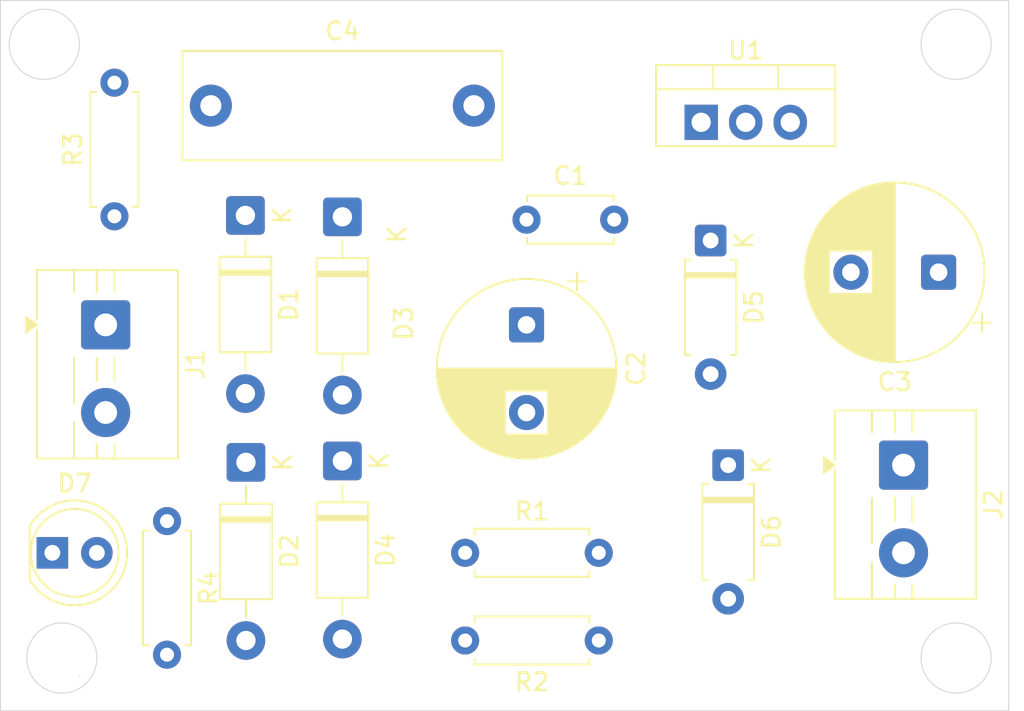
<source format=kicad_pcb>
(kicad_pcb (version 20241229) (generator "pcbnew") (generator_version "9.0")
  (layers (0 "F.Cu" signal) (2 "B.Cu" signal) (13 "F.Paste" user) (15 "B.Paste" user) (5 "F.SilkS" user "F.Silkscreen") (7 "B.SilkS" user "B.Silkscreen") (1 "F.Mask" user) (3 "B.Mask" user) (25 "Edge.Cuts" user))
  (net 0 "")
  (net 1 "Net-(D1-K)")
  (net 2 "GND")
  (net 3 "/5V")
  (net 4 "Net-(J1-Pin_2)")
  (net 5 "Net-(D1-A)")
  (net 6 "Net-(D3-A)")
  (net 7 "Net-(D5-A)")
  (net 8 "Net-(D6-A)")
  (net 9 "Net-(D7-A)")
  (footprint "TerminalBlock:TerminalBlock_MaiXu_MX126-5.0-02P_1x02_P5.00mm" (layer "F.Cu") (at 71.5 48 -90)
    (property "Reference" "J1" (at 2.25 -5.12 90) (layer "F.SilkS"))
    (property "Value" "Screw_Terminal_01x02")
    (pad "1" thru_hole roundrect (at 0 0 270) (size 2.8 2.8) (drill 1.3) (layers "*.Cu" "*.Mask") (roundrect_rratio 0.089286) (net 6 "Net-(D3-A)"))
    (pad "2" thru_hole circle (at 5 0 270) (size 2.8 2.8) (drill 1.3) (layers "*.Cu" "*.Mask") (net 4 "Net-(J1-Pin_2)"))
  )
  (footprint "Diode_THT:D_DO-41_SOD81_P10.16mm_Horizontal" (layer "F.Cu") (at 79.5 55.84 -90)
    (property "Reference" "D2" (at 5.08 -2.47 90) (layer "F.SilkS"))
    (property "Value" "1N4007")
    (fp_text user "K" (at 0 -2.1 90) (layer "F.SilkS"))
    (pad "1" thru_hole roundrect (at 0 0 270) (size 2.2 2.2) (drill 1.1) (layers "*.Cu" "*.Mask") (roundrect_rratio 0.113636) (net 5 "Net-(D1-A)"))
    (pad "2" thru_hole circle (at 10.16 0 270) (size 2.2 2.2) (drill 1.1) (layers "*.Cu" "*.Mask") (net 2 "GND"))
  )
  (footprint "Resistor_THT:R_Axial_DIN0207_L6.3mm_D2.5mm_P7.62mm_Horizontal" (layer "F.Cu") (at 99.62 66 180)
    (property "Reference" "R2" (at 3.81 -2.37 0) (layer "F.SilkS"))
    (property "Value" "R")
    (pad "1" thru_hole circle (at 0 0 180) (size 1.6 1.6) (drill 0.8) (layers "*.Cu" "*.Mask") (net 8 "Net-(D6-A)"))
    (pad "2" thru_hole circle (at 7.62 0 180) (size 1.6 1.6) (drill 0.8) (layers "*.Cu" "*.Mask") (net 2 "GND"))
  )
  (footprint "Resistor_THT:R_Axial_DIN0207_L6.3mm_D2.5mm_P7.62mm_Horizontal" (layer "F.Cu") (at 72 41.81 90)
    (property "Reference" "R3" (at 3.81 -2.37 90) (layer "F.SilkS"))
    (property "Value" "R")
    (pad "1" thru_hole circle (at 0 0 90) (size 1.6 1.6) (drill 0.8) (layers "*.Cu" "*.Mask") (net 4 "Net-(J1-Pin_2)"))
    (pad "2" thru_hole circle (at 7.62 0 90) (size 1.6 1.6) (drill 0.8) (layers "*.Cu" "*.Mask") (net 5 "Net-(D1-A)"))
  )
  (footprint "LED_THT:LED_D5.0mm" (layer "F.Cu") (at 68.46 61)
    (property "Reference" "D7" (at 1.27 -3.96 0) (layer "F.SilkS"))
    (property "Value" "LED")
    (pad "1" thru_hole rect (at 0 0) (size 1.8 1.8) (drill 0.9) (layers "*.Cu" "*.Mask") (net 2 "GND"))
    (pad "2" thru_hole circle (at 2.54 0) (size 1.8 1.8) (drill 0.9) (layers "*.Cu" "*.Mask") (net 9 "Net-(D7-A)"))
  )
  (footprint "Diode_THT:D_DO-41_SOD81_P10.16mm_Horizontal" (layer "F.Cu") (at 85 41.84 -90)
    (property "Reference" "D3" (at 6.08 -3.5 90) (layer "F.SilkS"))
    (property "Value" "1N4007")
    (fp_text user "K" (at 1 -3.13 90) (layer "F.SilkS"))
    (pad "1" thru_hole roundrect (at 0 0 270) (size 2.2 2.2) (drill 1.1) (layers "*.Cu" "*.Mask") (roundrect_rratio 0.113636) (net 1 "Net-(D1-K)"))
    (pad "2" thru_hole circle (at 10.16 0 270) (size 2.2 2.2) (drill 1.1) (layers "*.Cu" "*.Mask") (net 6 "Net-(D3-A)"))
  )
  (footprint "Diode_THT:D_DO-41_SOD81_P10.16mm_Horizontal" (layer "F.Cu") (at 85 55.76 -90)
    (property "Reference" "D4" (at 5.08 -2.47 90) (layer "F.SilkS"))
    (property "Value" "1N4007")
    (fp_text user "K" (at 0 -2.1 90) (layer "F.SilkS"))
    (pad "1" thru_hole roundrect (at 0 0 270) (size 2.2 2.2) (drill 1.1) (layers "*.Cu" "*.Mask") (roundrect_rratio 0.113636) (net 6 "Net-(D3-A)"))
    (pad "2" thru_hole circle (at 10.16 0 270) (size 2.2 2.2) (drill 1.1) (layers "*.Cu" "*.Mask") (net 2 "GND"))
  )
  (footprint "Capacitor_THT:CP_Radial_D10.0mm_P5.00mm" (layer "F.Cu") (at 119 45 180)
    (property "Reference" "C3" (at 2.5 -6.25 0) (layer "F.SilkS"))
    (property "Value" "C_Polarized_US")
    (pad "1" thru_hole roundrect (at 0 0 180) (size 2 2) (drill 1) (layers "*.Cu" "*.Mask") (roundrect_rratio 0.125) (net 3 "/5V"))
    (pad "2" thru_hole circle (at 5 0 180) (size 2 2) (drill 1) (layers "*.Cu" "*.Mask") (net 2 "GND"))
  )
  (footprint "TerminalBlock:TerminalBlock_MaiXu_MX126-5.0-02P_1x02_P5.00mm" (layer "F.Cu") (at 117 56 -90)
    (property "Reference" "J2" (at 2.25 -5.12 90) (layer "F.SilkS"))
    (property "Value" "Screw_Terminal_01x02")
    (pad "1" thru_hole roundrect (at 0 0 270) (size 2.8 2.8) (drill 1.3) (layers "*.Cu" "*.Mask") (roundrect_rratio 0.089286) (net 3 "/5V"))
    (pad "2" thru_hole circle (at 5 0 270) (size 2.8 2.8) (drill 1.3) (layers "*.Cu" "*.Mask") (net 2 "GND"))
  )
  (footprint "Resistor_THT:R_Axial_DIN0207_L6.3mm_D2.5mm_P7.62mm_Horizontal" (layer "F.Cu") (at 92 61)
    (property "Reference" "R1" (at 3.81 -2.37 0) (layer "F.SilkS"))
    (property "Value" "R")
    (pad "1" thru_hole circle (at 0 0) (size 1.6 1.6) (drill 0.8) (layers "*.Cu" "*.Mask") (net 7 "Net-(D5-A)"))
    (pad "2" thru_hole circle (at 7.62 0) (size 1.6 1.6) (drill 0.8) (layers "*.Cu" "*.Mask") (net 2 "GND"))
  )
  (footprint "Capacitor_THT:CP_Radial_D10.0mm_P5.00mm" (layer "F.Cu") (at 95.5 48 -90)
    (property "Reference" "C2" (at 2.5 -6.25 90) (layer "F.SilkS"))
    (property "Value" "C_Polarized_US")
    (pad "1" thru_hole roundrect (at 0 0 270) (size 2 2) (drill 1) (layers "*.Cu" "*.Mask") (roundrect_rratio 0.125) (net 1 "Net-(D1-K)"))
    (pad "2" thru_hole circle (at 5 0 270) (size 2 2) (drill 1) (layers "*.Cu" "*.Mask") (net 2 "GND"))
  )
  (footprint "Capacitor_THT:C_Disc_D4.7mm_W2.5mm_P5.00mm" (layer "F.Cu") (at 95.5 42)
    (property "Reference" "C1" (at 2.5 -2.5 0) (layer "F.SilkS"))
    (property "Value" "C")
    (pad "1" thru_hole circle (at 0 0) (size 1.6 1.6) (drill 0.8) (layers "*.Cu" "*.Mask") (net 1 "Net-(D1-K)"))
    (pad "2" thru_hole circle (at 5 0) (size 1.6 1.6) (drill 0.8) (layers "*.Cu" "*.Mask") (net 2 "GND"))
  )
  (footprint "Diode_THT:D_DO-41_SOD81_P10.16mm_Horizontal" (layer "F.Cu") (at 79.47 41.76 -90)
    (property "Reference" "D1" (at 5.08 -2.47 90) (layer "F.SilkS"))
    (property "Value" "1N4007")
    (fp_text user "K" (at 0 -2.1 90) (layer "F.SilkS"))
    (pad "1" thru_hole roundrect (at 0 0 270) (size 2.2 2.2) (drill 1.1) (layers "*.Cu" "*.Mask") (roundrect_rratio 0.113636) (net 1 "Net-(D1-K)"))
    (pad "2" thru_hole circle (at 10.16 0 270) (size 2.2 2.2) (drill 1.1) (layers "*.Cu" "*.Mask") (net 5 "Net-(D1-A)"))
  )
  (footprint "Diode_THT:D_A-405_P7.62mm_Horizontal" (layer "F.Cu") (at 106 43.19 -90)
    (property "Reference" "D5" (at 3.81 -2.47 90) (layer "F.SilkS"))
    (property "Value" "D_Zener")
    (fp_text user "K" (at 0 -1.9 90) (layer "F.SilkS"))
    (pad "1" thru_hole roundrect (at 0 0 270) (size 1.8 1.8) (drill 0.9) (layers "*.Cu" "*.Mask") (roundrect_rratio 0.138889) (net 1 "Net-(D1-K)"))
    (pad "2" thru_hole circle (at 7.62 0 270) (size 1.8 1.8) (drill 0.9) (layers "*.Cu" "*.Mask") (net 7 "Net-(D5-A)"))
  )
  (footprint "Capacitor_THT:C_Rect_L18.0mm_W6.0mm_P15.00mm_FKS3_FKP3" (layer "F.Cu") (at 77.5 35.5)
    (property "Reference" "C4" (at 7.5 -4.25 0) (layer "F.SilkS"))
    (property "Value" "C")
    (pad "1" thru_hole circle (at 0 0) (size 2.4 2.4) (drill 1.2) (layers "*.Cu" "*.Mask") (net 4 "Net-(J1-Pin_2)"))
    (pad "2" thru_hole circle (at 15 0) (size 2.4 2.4) (drill 1.2) (layers "*.Cu" "*.Mask") (net 5 "Net-(D1-A)"))
  )
  (footprint "Package_TO_SOT_THT:TO-220-3_Vertical" (layer "F.Cu") (at 105.46 36.45)
    (property "Reference" "U1" (at 2.54 -4.1 0) (layer "F.SilkS"))
    (property "Value" "LM7805_TO220")
    (pad "1" thru_hole rect (at 0 0) (size 1.905 2) (drill 1.1) (layers "*.Cu" "*.Mask") (net 1 "Net-(D1-K)"))
    (pad "2" thru_hole oval (at 2.54 0) (size 1.905 2) (drill 1.1) (layers "*.Cu" "*.Mask") (net 2 "GND"))
    (pad "3" thru_hole oval (at 5.08 0) (size 1.905 2) (drill 1.1) (layers "*.Cu" "*.Mask") (net 3 "/5V"))
  )
  (footprint "Diode_THT:D_A-405_P7.62mm_Horizontal" (layer "F.Cu") (at 107 56 -90)
    (property "Reference" "D6" (at 3.81 -2.47 90) (layer "F.SilkS"))
    (property "Value" "D_Zener")
    (fp_text user "K" (at 0 -1.9 90) (layer "F.SilkS"))
    (pad "1" thru_hole roundrect (at 0 0 270) (size 1.8 1.8) (drill 0.9) (layers "*.Cu" "*.Mask") (roundrect_rratio 0.138889) (net 1 "Net-(D1-K)"))
    (pad "2" thru_hole circle (at 7.62 0 270) (size 1.8 1.8) (drill 0.9) (layers "*.Cu" "*.Mask") (net 8 "Net-(D6-A)"))
  )
  (footprint "Resistor_THT:R_Axial_DIN0207_L6.3mm_D2.5mm_P7.62mm_Horizontal" (layer "F.Cu") (at 75 59.19 -90)
    (property "Reference" "R4" (at 3.81 -2.37 90) (layer "F.SilkS"))
    (property "Value" "R")
    (pad "1" thru_hole circle (at 0 0 270) (size 1.6 1.6) (drill 0.8) (layers "*.Cu" "*.Mask") (net 1 "Net-(D1-K)"))
    (pad "2" thru_hole circle (at 7.62 0 270) (size 1.6 1.6) (drill 0.8) (layers "*.Cu" "*.Mask") (net 9 "Net-(D7-A)"))
  )
  (gr_circle (center 120 67) (end 120 69) (stroke (width 0.05)) (fill no) (layer "Edge.Cuts"))
  (gr_circle (center 69 67) (end 71 67) (stroke (width 0.05)) (fill no) (layer "Edge.Cuts"))
  (gr_circle (center 120 32) (end 122 32) (stroke (width 0.05)) (fill no) (layer "Edge.Cuts"))
  (gr_rect (start 65.5 29.5) (end 123 70) (stroke (width 0.05)) (fill no) (layer "Edge.Cuts"))
  (gr_circle (center 70 68) (end 70 68) (stroke (width 0.05)) (fill no) (layer "Edge.Cuts"))
  (gr_circle (center 68 32) (end 70 32) (stroke (width 0.05)) (fill no) (layer "Edge.Cuts"))
)
</source>
